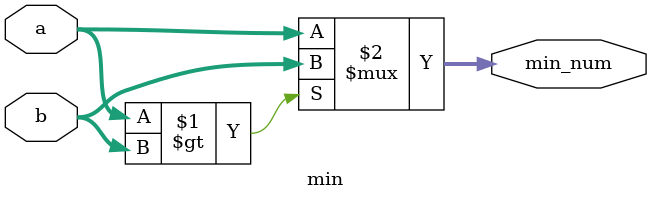
<source format=v>
module top_module (
    input [7:0] a, b, c, d,
    output [7:0] min);//

    wire [7:0] x[1:0];
    min min1(a,b,x[0]);
    min min2(c,d,x[1]);
    min min3(x[0],x[1],min);
    // assign intermediate_result1 = compare? true: false;
endmodule
module min(
    input [7:0] a,b,
    output [7:0] min_num);
    assign min_num = a > b ? b:a;
endmodule

</source>
